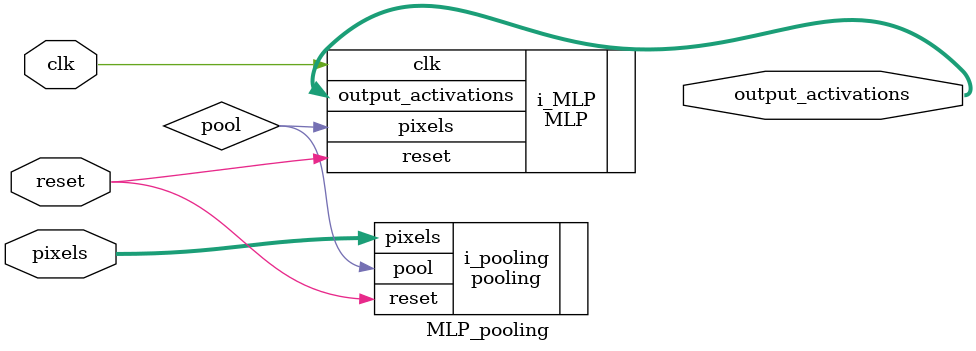
<source format=v>
module MLP_pooling (
    input clk,
    input reset,
    input [resolution*pixels_number-1:0] pixels,
    output [8*10-1:0] output_activations 
    );

    parameter resolution = 8;
    parameter pixels_number = 784;
    parameter averaged_pixels_nr = 196;   

    pooling #(
        .resolution(resolution),
        .averaged_pixels_nr(averaged_pixels_nr)
    ) i_pooling(
        .reset(reset),
        .pixels(pixels),
        .pool(pool)
    );

    MLP #(
        .averaged_pixels_nr(averaged_pixels_nr),
        .resolution(resolution)
    ) i_MLP(
        .clk(clk),
        .reset(reset),
        .pixels(pool),
        .output_activations(output_activations)
    );

endmodule
</source>
